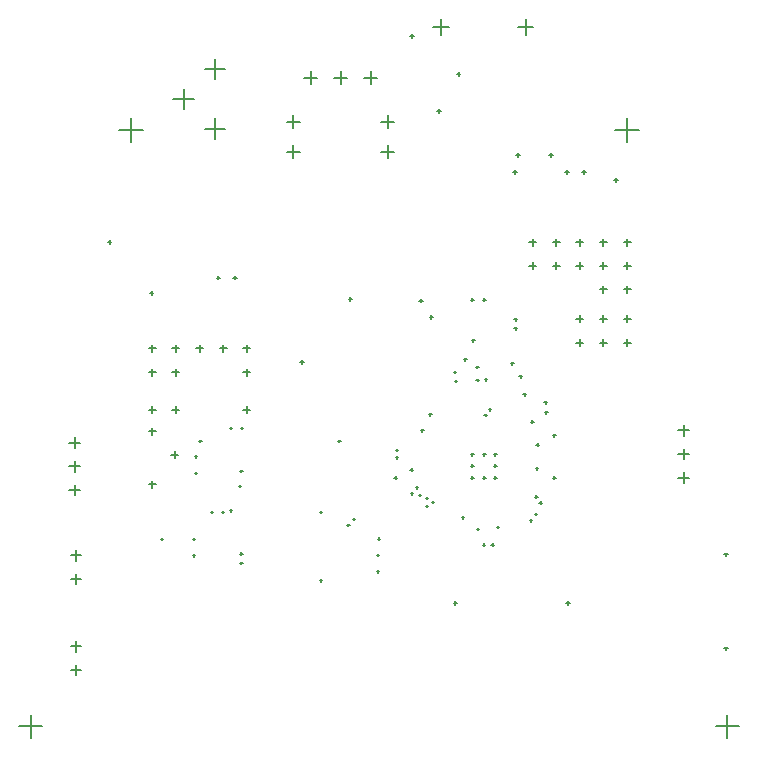
<source format=gbr>
G04*
G04 #@! TF.GenerationSoftware,Altium Limited,Altium Designer,23.8.1 (32)*
G04*
G04 Layer_Color=128*
%FSLAX44Y44*%
%MOMM*%
G71*
G04*
G04 #@! TF.SameCoordinates,B1DDD4D6-6927-4A11-B6FF-346F9E1F7E25*
G04*
G04*
G04 #@! TF.FilePolarity,Positive*
G04*
G01*
G75*
%ADD92C,0.1270*%
D92*
X64080Y97790D02*
X73080D01*
X68580Y93290D02*
Y102290D01*
X64080Y77790D02*
X73080D01*
X68580Y73290D02*
Y82290D01*
X64080Y154940D02*
X73080D01*
X68580Y150440D02*
Y159440D01*
X64080Y174940D02*
X73080D01*
X68580Y170440D02*
Y179440D01*
X442450Y622430D02*
X455750D01*
X449100Y615780D02*
Y629080D01*
X370950Y622430D02*
X384250D01*
X377600Y615780D02*
Y629080D01*
X247060Y516620D02*
X258060D01*
X252560Y511120D02*
Y522120D01*
X247060Y542020D02*
X258060D01*
X252560Y536520D02*
Y547520D01*
X578430Y240670D02*
X587430D01*
X582930Y236170D02*
Y245170D01*
X578430Y260670D02*
X587430D01*
X582930Y256170D02*
Y265170D01*
X578430Y280670D02*
X587430D01*
X582930Y276170D02*
Y285170D01*
X610000Y30000D02*
X630000D01*
X620000Y20000D02*
Y40000D01*
X20000Y30000D02*
X40000D01*
X30000Y20000D02*
Y40000D01*
X525000Y535000D02*
X545000D01*
X535000Y525000D02*
Y545000D01*
X105000Y535000D02*
X125000D01*
X115000Y525000D02*
Y545000D01*
X177950Y536220D02*
X194950D01*
X186450Y527720D02*
Y544720D01*
X150950Y561220D02*
X167950D01*
X159450Y552720D02*
Y569720D01*
X177950Y586220D02*
X194950D01*
X186450Y577720D02*
Y594720D01*
X312460Y579320D02*
X323460D01*
X317960Y573820D02*
Y584820D01*
X287060Y579320D02*
X298060D01*
X292560Y573820D02*
Y584820D01*
X261660Y579320D02*
X272660D01*
X267160Y573820D02*
Y584820D01*
X327000Y516370D02*
X338000D01*
X332500Y510870D02*
Y521870D01*
X327000Y541770D02*
X338000D01*
X332500Y536270D02*
Y547270D01*
X62810Y230190D02*
X71810D01*
X67310Y225690D02*
Y234690D01*
X62810Y250190D02*
X71810D01*
X67310Y245690D02*
Y254690D01*
X62810Y270190D02*
X71810D01*
X67310Y265690D02*
Y274690D01*
X95390Y440320D02*
X98390D01*
X96890Y438820D02*
Y441820D01*
X210000Y298000D02*
X216000D01*
X213000Y295000D02*
Y301000D01*
X532000Y400000D02*
X538000D01*
X535000Y397000D02*
Y403000D01*
X512000Y400000D02*
X518000D01*
X515000Y397000D02*
Y403000D01*
X512000Y420000D02*
X518000D01*
X515000Y417000D02*
Y423000D01*
X492000Y420000D02*
X498000D01*
X495000Y417000D02*
Y423000D01*
X472000Y420000D02*
X478000D01*
X475000Y417000D02*
Y423000D01*
X452000Y420000D02*
X458000D01*
X455000Y417000D02*
Y423000D01*
X512000Y440000D02*
X518000D01*
X515000Y437000D02*
Y443000D01*
X492000Y440000D02*
X498000D01*
X495000Y437000D02*
Y443000D01*
X472000Y440000D02*
X478000D01*
X475000Y437000D02*
Y443000D01*
X452000Y440000D02*
X458000D01*
X455000Y437000D02*
Y443000D01*
X130000Y235000D02*
X136000D01*
X133000Y232000D02*
Y238000D01*
X149000Y260000D02*
X155000D01*
X152000Y257000D02*
Y263000D01*
X130000Y280000D02*
X136000D01*
X133000Y277000D02*
Y283000D01*
X150000Y298000D02*
X156000D01*
X153000Y295000D02*
Y301000D01*
X130000Y298000D02*
X136000D01*
X133000Y295000D02*
Y301000D01*
X210000Y330000D02*
X216000D01*
X213000Y327000D02*
Y333000D01*
X150000Y330000D02*
X156000D01*
X153000Y327000D02*
Y333000D01*
X130000Y330000D02*
X136000D01*
X133000Y327000D02*
Y333000D01*
X210000Y350000D02*
X216000D01*
X213000Y347000D02*
Y353000D01*
X190000Y350000D02*
X196000D01*
X193000Y347000D02*
Y353000D01*
X170000Y350000D02*
X176000D01*
X173000Y347000D02*
Y353000D01*
X150000Y350000D02*
X156000D01*
X153000Y347000D02*
Y353000D01*
X130000Y350000D02*
X136000D01*
X133000Y347000D02*
Y353000D01*
X512000Y375000D02*
X518000D01*
X515000Y372000D02*
Y378000D01*
X512000Y355000D02*
X518000D01*
X515000Y352000D02*
Y358000D01*
X492000Y375000D02*
X498000D01*
X495000Y372000D02*
Y378000D01*
X492000Y355000D02*
X498000D01*
X495000Y352000D02*
Y358000D01*
X532000Y355000D02*
X538000D01*
X535000Y352000D02*
Y358000D01*
X532000Y375000D02*
X538000D01*
X535000Y372000D02*
Y378000D01*
X532000Y420000D02*
X538000D01*
X535000Y417000D02*
Y423000D01*
X532000Y440000D02*
X538000D01*
X535000Y437000D02*
Y443000D01*
X456920Y209870D02*
X458920D01*
X457920Y208870D02*
Y210870D01*
X460836Y219539D02*
X462836D01*
X461836Y218539D02*
Y220539D01*
X207960Y282725D02*
X209960D01*
X208960Y281725D02*
Y283725D01*
X191936Y211434D02*
X193937D01*
X192936Y210434D02*
Y212434D01*
X302971Y205711D02*
X304972D01*
X303972Y204711D02*
Y206711D01*
X339310Y263835D02*
X341310D01*
X340310Y262835D02*
Y264835D01*
X364777Y216856D02*
X366777D01*
X365777Y215856D02*
Y217855D01*
X351790Y227288D02*
X353790D01*
X352790Y226288D02*
Y228288D01*
X414290Y323850D02*
X416290D01*
X415290Y322850D02*
Y324850D01*
X418180Y298450D02*
X420180D01*
X419180Y297450D02*
Y299450D01*
X414246Y293685D02*
X416246D01*
X415246Y292685D02*
Y294685D01*
X413100Y183900D02*
X415100D01*
X414100Y182900D02*
Y184900D01*
X420100Y183900D02*
X422100D01*
X421100Y182900D02*
Y184900D01*
X424616Y199020D02*
X426616D01*
X425616Y198020D02*
Y200020D01*
X395240Y207010D02*
X397240D01*
X396240Y206010D02*
Y208010D01*
X408006Y197320D02*
X410006D01*
X409006Y196320D02*
Y198320D01*
X524280Y492760D02*
X527280D01*
X525780Y491260D02*
Y494260D01*
X469318Y513798D02*
X472318D01*
X470818Y512298D02*
Y515298D01*
X374422Y551182D02*
X377422D01*
X375922Y549682D02*
Y552682D01*
X351562Y614682D02*
X354562D01*
X353062Y613182D02*
Y616182D01*
X441322Y513802D02*
X444322D01*
X442822Y512302D02*
Y515302D01*
X140223Y188710D02*
X142223D01*
X141223Y187710D02*
Y189710D01*
X206010Y233680D02*
X208010D01*
X207010Y232680D02*
Y234680D01*
X407239Y334288D02*
X409239D01*
X408239Y333288D02*
Y335288D01*
X407490Y323540D02*
X409490D01*
X408490Y322540D02*
Y324540D01*
X339360Y257810D02*
X341360D01*
X340360Y256810D02*
Y258810D01*
X324050Y189080D02*
X326050D01*
X325050Y188080D02*
Y190080D01*
X388890Y322580D02*
X390890D01*
X389890Y321580D02*
Y323580D01*
X388440Y330140D02*
X390440D01*
X389440Y329140D02*
Y331140D01*
X443793Y326271D02*
X446293D01*
X445043Y325021D02*
Y327521D01*
X447060Y311150D02*
X449560D01*
X448310Y309900D02*
Y312400D01*
X452390Y204470D02*
X454390D01*
X453390Y203470D02*
Y205470D01*
X458032Y268385D02*
X460532D01*
X459282Y267135D02*
Y269635D01*
X453335Y287782D02*
X455835D01*
X454585Y286532D02*
Y289032D01*
X457490Y248640D02*
X459990D01*
X458740Y247390D02*
Y249890D01*
X472220Y240510D02*
X474720D01*
X473470Y239260D02*
Y241760D01*
X472220Y276510D02*
X474720D01*
X473470Y275260D02*
Y277760D01*
X351520Y247510D02*
X354020D01*
X352770Y246260D02*
Y248760D01*
X360270Y280660D02*
X362769D01*
X361519Y279410D02*
Y281910D01*
X412770Y391276D02*
X415270D01*
X414020Y390026D02*
Y392526D01*
X402610Y391160D02*
X405110D01*
X403860Y389910D02*
Y392410D01*
X439440Y367030D02*
X441940D01*
X440690Y365780D02*
Y368280D01*
X439440Y374650D02*
X441940D01*
X440690Y373400D02*
Y375900D01*
X457190Y224510D02*
X459190D01*
X458190Y223510D02*
Y225510D01*
X369840Y219755D02*
X371840D01*
X370840Y218755D02*
Y220755D01*
X422100Y240510D02*
X424600D01*
X423350Y239260D02*
Y241760D01*
X402770Y240510D02*
X405270D01*
X404020Y239260D02*
Y241760D01*
X422100Y260510D02*
X424600D01*
X423350Y259260D02*
Y261760D01*
X402770Y260510D02*
X405270D01*
X404020Y259260D02*
Y261760D01*
X402770Y250510D02*
X405270D01*
X404020Y249260D02*
Y251760D01*
X412770Y240510D02*
X415270D01*
X414020Y239260D02*
Y241760D01*
X422100Y250510D02*
X424600D01*
X423350Y249260D02*
Y251760D01*
X412770Y260510D02*
X415270D01*
X414020Y259260D02*
Y261760D01*
X617370Y175640D02*
X620370D01*
X618870Y174140D02*
Y177140D01*
X617370Y96140D02*
X620370D01*
X618870Y94640D02*
Y97640D01*
X364760Y223520D02*
X366760D01*
X365760Y222520D02*
Y224520D01*
X358410Y226060D02*
X360410D01*
X359410Y225060D02*
Y227060D01*
X355870Y232410D02*
X357870D01*
X356870Y231410D02*
Y233410D01*
X337920Y240510D02*
X340420D01*
X339170Y239260D02*
Y241760D01*
X396640Y340800D02*
X399140D01*
X397890Y339550D02*
Y342050D01*
X198760Y282400D02*
X200760D01*
X199760Y281400D02*
Y283400D01*
X198760Y212840D02*
X200760D01*
X199760Y211840D02*
Y213840D01*
X298050Y200540D02*
X300050D01*
X299050Y199540D02*
Y201540D01*
X169100Y244560D02*
X171100D01*
X170100Y243560D02*
Y245560D01*
X169100Y258560D02*
X171100D01*
X170100Y257560D02*
Y259560D01*
X172760Y271490D02*
X174760D01*
X173760Y270490D02*
Y272490D01*
X207410Y246090D02*
X209410D01*
X208410Y245090D02*
Y247090D01*
X274740Y153680D02*
X276740D01*
X275740Y152680D02*
Y154680D01*
X323050Y161280D02*
X325050D01*
X324050Y160280D02*
Y162280D01*
X323050Y175280D02*
X325050D01*
X324050Y174280D02*
Y176280D01*
X274740Y211780D02*
X276740D01*
X275740Y210780D02*
Y212780D01*
X182760Y211780D02*
X184760D01*
X183760Y210780D02*
Y212780D01*
X167490Y174710D02*
X169490D01*
X168490Y173710D02*
Y175710D01*
X167490Y188710D02*
X169490D01*
X168490Y187710D02*
Y189710D01*
X207410Y168540D02*
X209410D01*
X208410Y167540D02*
Y169540D01*
X207410Y176380D02*
X209410D01*
X208410Y175380D02*
Y177380D01*
X367830Y376670D02*
X370830D01*
X369330Y375170D02*
Y378170D01*
X403640Y357000D02*
X406140D01*
X404890Y355750D02*
Y358250D01*
X436370Y337350D02*
X438870D01*
X437620Y336100D02*
Y338600D01*
X465220Y295910D02*
X468220D01*
X466720Y294410D02*
Y297410D01*
X464930Y304510D02*
X467430D01*
X466180Y303260D02*
Y305760D01*
X299237Y391910D02*
X302237D01*
X300737Y390410D02*
Y393410D01*
X359192Y390555D02*
X362192D01*
X360692Y389054D02*
Y392054D01*
X258473Y338570D02*
X261473D01*
X259973Y337070D02*
Y340070D01*
X290390Y271490D02*
X292390D01*
X291390Y270490D02*
Y272490D01*
X367100Y294260D02*
X369600D01*
X368350Y293010D02*
Y295510D01*
X438722Y499508D02*
X441722D01*
X440222Y498008D02*
Y501008D01*
X187572Y410018D02*
X190572D01*
X189072Y408518D02*
Y411518D01*
X130980Y397020D02*
X133980D01*
X132480Y395520D02*
Y398520D01*
X483280Y134350D02*
X486280D01*
X484780Y132850D02*
Y135850D01*
X388150Y134350D02*
X391150D01*
X389650Y132850D02*
Y135850D01*
X482810Y499510D02*
X485810D01*
X484310Y498010D02*
Y501010D01*
X496830Y499510D02*
X499830D01*
X498330Y498010D02*
Y501010D01*
X390828Y582180D02*
X393828D01*
X392328Y580680D02*
Y583680D01*
X201590Y410020D02*
X204590D01*
X203090Y408520D02*
Y411520D01*
M02*

</source>
